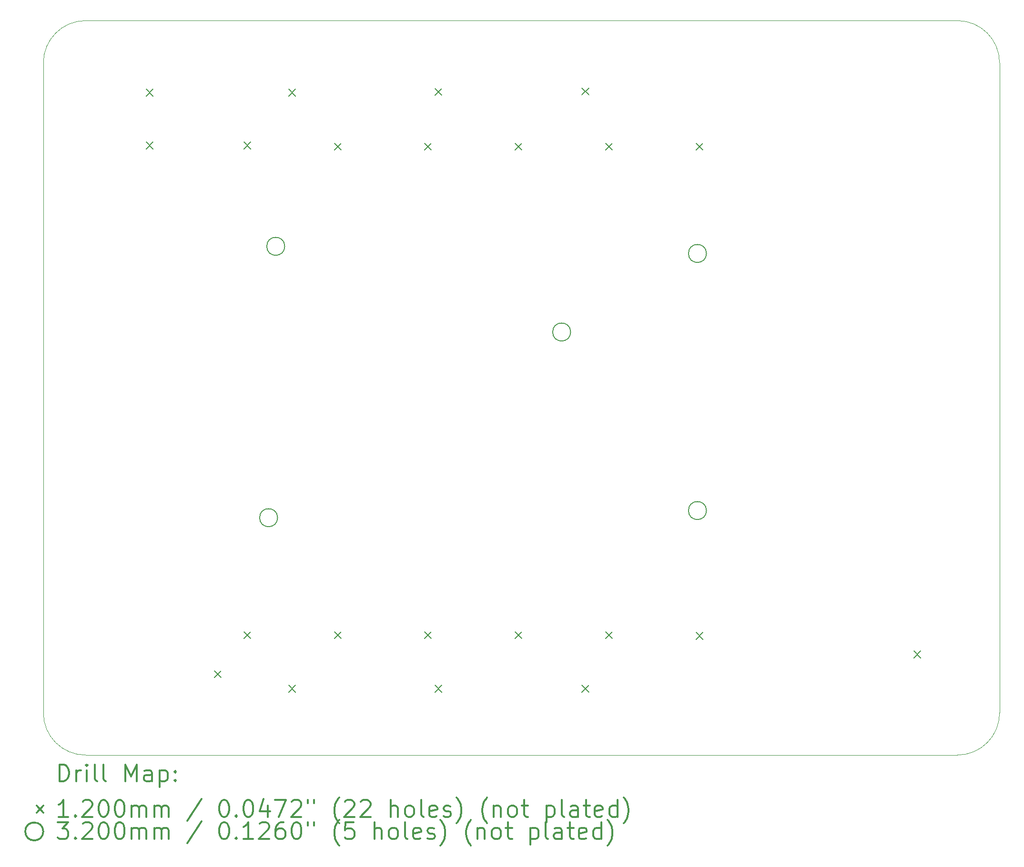
<source format=gbr>
%FSLAX45Y45*%
G04 Gerber Fmt 4.5, Leading zero omitted, Abs format (unit mm)*
G04 Created by KiCad (PCBNEW (5.1.12)-1) date 2022-02-06 21:24:43*
%MOMM*%
%LPD*%
G01*
G04 APERTURE LIST*
%TA.AperFunction,Profile*%
%ADD10C,0.050000*%
%TD*%
%ADD11C,0.200000*%
%ADD12C,0.300000*%
G04 APERTURE END LIST*
D10*
X22990000Y-3440000D02*
G75*
G02*
X23740000Y-4190000I0J-750000D01*
G01*
X23740000Y-15750000D02*
G75*
G02*
X22990000Y-16500000I-750000J0D01*
G01*
X7500000Y-16500000D02*
G75*
G02*
X6750000Y-15750000I0J750000D01*
G01*
X6750000Y-4190000D02*
G75*
G02*
X7500000Y-3440000I750000J0D01*
G01*
X22990000Y-3440000D02*
X7500000Y-3440000D01*
X23740000Y-15750000D02*
X23740000Y-4190000D01*
X7500000Y-16500000D02*
X22990000Y-16500000D01*
X6750000Y-4190000D02*
X6750000Y-15750000D01*
D11*
X8580000Y-4660000D02*
X8700000Y-4780000D01*
X8700000Y-4660000D02*
X8580000Y-4780000D01*
X8580000Y-5600000D02*
X8700000Y-5720000D01*
X8700000Y-5600000D02*
X8580000Y-5720000D01*
X9790000Y-15000000D02*
X9910000Y-15120000D01*
X9910000Y-15000000D02*
X9790000Y-15120000D01*
X10310000Y-5600000D02*
X10430000Y-5720000D01*
X10430000Y-5600000D02*
X10310000Y-5720000D01*
X10310000Y-14310000D02*
X10430000Y-14430000D01*
X10430000Y-14310000D02*
X10310000Y-14430000D01*
X11110000Y-4660000D02*
X11230000Y-4780000D01*
X11230000Y-4660000D02*
X11110000Y-4780000D01*
X11110000Y-15260000D02*
X11230000Y-15380000D01*
X11230000Y-15260000D02*
X11110000Y-15380000D01*
X11920000Y-5620000D02*
X12040000Y-5740000D01*
X12040000Y-5620000D02*
X11920000Y-5740000D01*
X11920000Y-14310000D02*
X12040000Y-14430000D01*
X12040000Y-14310000D02*
X11920000Y-14430000D01*
X13520000Y-5620000D02*
X13640000Y-5740000D01*
X13640000Y-5620000D02*
X13520000Y-5740000D01*
X13520000Y-14310000D02*
X13640000Y-14430000D01*
X13640000Y-14310000D02*
X13520000Y-14430000D01*
X13710000Y-4650000D02*
X13830000Y-4770000D01*
X13830000Y-4650000D02*
X13710000Y-4770000D01*
X13710000Y-15260000D02*
X13830000Y-15380000D01*
X13830000Y-15260000D02*
X13710000Y-15380000D01*
X15130000Y-5620000D02*
X15250000Y-5740000D01*
X15250000Y-5620000D02*
X15130000Y-5740000D01*
X15130000Y-14310000D02*
X15250000Y-14430000D01*
X15250000Y-14310000D02*
X15130000Y-14430000D01*
X16320000Y-4640000D02*
X16440000Y-4760000D01*
X16440000Y-4640000D02*
X16320000Y-4760000D01*
X16320000Y-15260000D02*
X16440000Y-15380000D01*
X16440000Y-15260000D02*
X16320000Y-15380000D01*
X16740000Y-5620000D02*
X16860000Y-5740000D01*
X16860000Y-5620000D02*
X16740000Y-5740000D01*
X16740000Y-14310000D02*
X16860000Y-14430000D01*
X16860000Y-14310000D02*
X16740000Y-14430000D01*
X18350000Y-5620000D02*
X18470000Y-5740000D01*
X18470000Y-5620000D02*
X18350000Y-5740000D01*
X18350000Y-14320000D02*
X18470000Y-14440000D01*
X18470000Y-14320000D02*
X18350000Y-14440000D01*
X22215000Y-14650000D02*
X22335000Y-14770000D01*
X22335000Y-14650000D02*
X22215000Y-14770000D01*
X10911500Y-12279000D02*
G75*
G03*
X10911500Y-12279000I-160000J0D01*
G01*
X11038500Y-7453000D02*
G75*
G03*
X11038500Y-7453000I-160000J0D01*
G01*
X16118500Y-8977000D02*
G75*
G03*
X16118500Y-8977000I-160000J0D01*
G01*
X18531500Y-7580000D02*
G75*
G03*
X18531500Y-7580000I-160000J0D01*
G01*
X18531500Y-12152000D02*
G75*
G03*
X18531500Y-12152000I-160000J0D01*
G01*
D12*
X7033928Y-16968214D02*
X7033928Y-16668214D01*
X7105357Y-16668214D01*
X7148214Y-16682500D01*
X7176786Y-16711071D01*
X7191071Y-16739643D01*
X7205357Y-16796786D01*
X7205357Y-16839643D01*
X7191071Y-16896786D01*
X7176786Y-16925357D01*
X7148214Y-16953929D01*
X7105357Y-16968214D01*
X7033928Y-16968214D01*
X7333928Y-16968214D02*
X7333928Y-16768214D01*
X7333928Y-16825357D02*
X7348214Y-16796786D01*
X7362500Y-16782500D01*
X7391071Y-16768214D01*
X7419643Y-16768214D01*
X7519643Y-16968214D02*
X7519643Y-16768214D01*
X7519643Y-16668214D02*
X7505357Y-16682500D01*
X7519643Y-16696786D01*
X7533928Y-16682500D01*
X7519643Y-16668214D01*
X7519643Y-16696786D01*
X7705357Y-16968214D02*
X7676786Y-16953929D01*
X7662500Y-16925357D01*
X7662500Y-16668214D01*
X7862500Y-16968214D02*
X7833928Y-16953929D01*
X7819643Y-16925357D01*
X7819643Y-16668214D01*
X8205357Y-16968214D02*
X8205357Y-16668214D01*
X8305357Y-16882500D01*
X8405357Y-16668214D01*
X8405357Y-16968214D01*
X8676786Y-16968214D02*
X8676786Y-16811072D01*
X8662500Y-16782500D01*
X8633928Y-16768214D01*
X8576786Y-16768214D01*
X8548214Y-16782500D01*
X8676786Y-16953929D02*
X8648214Y-16968214D01*
X8576786Y-16968214D01*
X8548214Y-16953929D01*
X8533928Y-16925357D01*
X8533928Y-16896786D01*
X8548214Y-16868214D01*
X8576786Y-16853929D01*
X8648214Y-16853929D01*
X8676786Y-16839643D01*
X8819643Y-16768214D02*
X8819643Y-17068214D01*
X8819643Y-16782500D02*
X8848214Y-16768214D01*
X8905357Y-16768214D01*
X8933928Y-16782500D01*
X8948214Y-16796786D01*
X8962500Y-16825357D01*
X8962500Y-16911072D01*
X8948214Y-16939643D01*
X8933928Y-16953929D01*
X8905357Y-16968214D01*
X8848214Y-16968214D01*
X8819643Y-16953929D01*
X9091071Y-16939643D02*
X9105357Y-16953929D01*
X9091071Y-16968214D01*
X9076786Y-16953929D01*
X9091071Y-16939643D01*
X9091071Y-16968214D01*
X9091071Y-16782500D02*
X9105357Y-16796786D01*
X9091071Y-16811072D01*
X9076786Y-16796786D01*
X9091071Y-16782500D01*
X9091071Y-16811072D01*
X6627500Y-17402500D02*
X6747500Y-17522500D01*
X6747500Y-17402500D02*
X6627500Y-17522500D01*
X7191071Y-17598214D02*
X7019643Y-17598214D01*
X7105357Y-17598214D02*
X7105357Y-17298214D01*
X7076786Y-17341072D01*
X7048214Y-17369643D01*
X7019643Y-17383929D01*
X7319643Y-17569643D02*
X7333928Y-17583929D01*
X7319643Y-17598214D01*
X7305357Y-17583929D01*
X7319643Y-17569643D01*
X7319643Y-17598214D01*
X7448214Y-17326786D02*
X7462500Y-17312500D01*
X7491071Y-17298214D01*
X7562500Y-17298214D01*
X7591071Y-17312500D01*
X7605357Y-17326786D01*
X7619643Y-17355357D01*
X7619643Y-17383929D01*
X7605357Y-17426786D01*
X7433928Y-17598214D01*
X7619643Y-17598214D01*
X7805357Y-17298214D02*
X7833928Y-17298214D01*
X7862500Y-17312500D01*
X7876786Y-17326786D01*
X7891071Y-17355357D01*
X7905357Y-17412500D01*
X7905357Y-17483929D01*
X7891071Y-17541072D01*
X7876786Y-17569643D01*
X7862500Y-17583929D01*
X7833928Y-17598214D01*
X7805357Y-17598214D01*
X7776786Y-17583929D01*
X7762500Y-17569643D01*
X7748214Y-17541072D01*
X7733928Y-17483929D01*
X7733928Y-17412500D01*
X7748214Y-17355357D01*
X7762500Y-17326786D01*
X7776786Y-17312500D01*
X7805357Y-17298214D01*
X8091071Y-17298214D02*
X8119643Y-17298214D01*
X8148214Y-17312500D01*
X8162500Y-17326786D01*
X8176786Y-17355357D01*
X8191071Y-17412500D01*
X8191071Y-17483929D01*
X8176786Y-17541072D01*
X8162500Y-17569643D01*
X8148214Y-17583929D01*
X8119643Y-17598214D01*
X8091071Y-17598214D01*
X8062500Y-17583929D01*
X8048214Y-17569643D01*
X8033928Y-17541072D01*
X8019643Y-17483929D01*
X8019643Y-17412500D01*
X8033928Y-17355357D01*
X8048214Y-17326786D01*
X8062500Y-17312500D01*
X8091071Y-17298214D01*
X8319643Y-17598214D02*
X8319643Y-17398214D01*
X8319643Y-17426786D02*
X8333928Y-17412500D01*
X8362500Y-17398214D01*
X8405357Y-17398214D01*
X8433928Y-17412500D01*
X8448214Y-17441072D01*
X8448214Y-17598214D01*
X8448214Y-17441072D02*
X8462500Y-17412500D01*
X8491071Y-17398214D01*
X8533928Y-17398214D01*
X8562500Y-17412500D01*
X8576786Y-17441072D01*
X8576786Y-17598214D01*
X8719643Y-17598214D02*
X8719643Y-17398214D01*
X8719643Y-17426786D02*
X8733928Y-17412500D01*
X8762500Y-17398214D01*
X8805357Y-17398214D01*
X8833928Y-17412500D01*
X8848214Y-17441072D01*
X8848214Y-17598214D01*
X8848214Y-17441072D02*
X8862500Y-17412500D01*
X8891071Y-17398214D01*
X8933928Y-17398214D01*
X8962500Y-17412500D01*
X8976786Y-17441072D01*
X8976786Y-17598214D01*
X9562500Y-17283929D02*
X9305357Y-17669643D01*
X9948214Y-17298214D02*
X9976786Y-17298214D01*
X10005357Y-17312500D01*
X10019643Y-17326786D01*
X10033928Y-17355357D01*
X10048214Y-17412500D01*
X10048214Y-17483929D01*
X10033928Y-17541072D01*
X10019643Y-17569643D01*
X10005357Y-17583929D01*
X9976786Y-17598214D01*
X9948214Y-17598214D01*
X9919643Y-17583929D01*
X9905357Y-17569643D01*
X9891071Y-17541072D01*
X9876786Y-17483929D01*
X9876786Y-17412500D01*
X9891071Y-17355357D01*
X9905357Y-17326786D01*
X9919643Y-17312500D01*
X9948214Y-17298214D01*
X10176786Y-17569643D02*
X10191071Y-17583929D01*
X10176786Y-17598214D01*
X10162500Y-17583929D01*
X10176786Y-17569643D01*
X10176786Y-17598214D01*
X10376786Y-17298214D02*
X10405357Y-17298214D01*
X10433928Y-17312500D01*
X10448214Y-17326786D01*
X10462500Y-17355357D01*
X10476786Y-17412500D01*
X10476786Y-17483929D01*
X10462500Y-17541072D01*
X10448214Y-17569643D01*
X10433928Y-17583929D01*
X10405357Y-17598214D01*
X10376786Y-17598214D01*
X10348214Y-17583929D01*
X10333928Y-17569643D01*
X10319643Y-17541072D01*
X10305357Y-17483929D01*
X10305357Y-17412500D01*
X10319643Y-17355357D01*
X10333928Y-17326786D01*
X10348214Y-17312500D01*
X10376786Y-17298214D01*
X10733928Y-17398214D02*
X10733928Y-17598214D01*
X10662500Y-17283929D02*
X10591071Y-17498214D01*
X10776786Y-17498214D01*
X10862500Y-17298214D02*
X11062500Y-17298214D01*
X10933928Y-17598214D01*
X11162500Y-17326786D02*
X11176786Y-17312500D01*
X11205357Y-17298214D01*
X11276786Y-17298214D01*
X11305357Y-17312500D01*
X11319643Y-17326786D01*
X11333928Y-17355357D01*
X11333928Y-17383929D01*
X11319643Y-17426786D01*
X11148214Y-17598214D01*
X11333928Y-17598214D01*
X11448214Y-17298214D02*
X11448214Y-17355357D01*
X11562500Y-17298214D02*
X11562500Y-17355357D01*
X12005357Y-17712500D02*
X11991071Y-17698214D01*
X11962500Y-17655357D01*
X11948214Y-17626786D01*
X11933928Y-17583929D01*
X11919643Y-17512500D01*
X11919643Y-17455357D01*
X11933928Y-17383929D01*
X11948214Y-17341072D01*
X11962500Y-17312500D01*
X11991071Y-17269643D01*
X12005357Y-17255357D01*
X12105357Y-17326786D02*
X12119643Y-17312500D01*
X12148214Y-17298214D01*
X12219643Y-17298214D01*
X12248214Y-17312500D01*
X12262500Y-17326786D01*
X12276786Y-17355357D01*
X12276786Y-17383929D01*
X12262500Y-17426786D01*
X12091071Y-17598214D01*
X12276786Y-17598214D01*
X12391071Y-17326786D02*
X12405357Y-17312500D01*
X12433928Y-17298214D01*
X12505357Y-17298214D01*
X12533928Y-17312500D01*
X12548214Y-17326786D01*
X12562500Y-17355357D01*
X12562500Y-17383929D01*
X12548214Y-17426786D01*
X12376786Y-17598214D01*
X12562500Y-17598214D01*
X12919643Y-17598214D02*
X12919643Y-17298214D01*
X13048214Y-17598214D02*
X13048214Y-17441072D01*
X13033928Y-17412500D01*
X13005357Y-17398214D01*
X12962500Y-17398214D01*
X12933928Y-17412500D01*
X12919643Y-17426786D01*
X13233928Y-17598214D02*
X13205357Y-17583929D01*
X13191071Y-17569643D01*
X13176786Y-17541072D01*
X13176786Y-17455357D01*
X13191071Y-17426786D01*
X13205357Y-17412500D01*
X13233928Y-17398214D01*
X13276786Y-17398214D01*
X13305357Y-17412500D01*
X13319643Y-17426786D01*
X13333928Y-17455357D01*
X13333928Y-17541072D01*
X13319643Y-17569643D01*
X13305357Y-17583929D01*
X13276786Y-17598214D01*
X13233928Y-17598214D01*
X13505357Y-17598214D02*
X13476786Y-17583929D01*
X13462500Y-17555357D01*
X13462500Y-17298214D01*
X13733928Y-17583929D02*
X13705357Y-17598214D01*
X13648214Y-17598214D01*
X13619643Y-17583929D01*
X13605357Y-17555357D01*
X13605357Y-17441072D01*
X13619643Y-17412500D01*
X13648214Y-17398214D01*
X13705357Y-17398214D01*
X13733928Y-17412500D01*
X13748214Y-17441072D01*
X13748214Y-17469643D01*
X13605357Y-17498214D01*
X13862500Y-17583929D02*
X13891071Y-17598214D01*
X13948214Y-17598214D01*
X13976786Y-17583929D01*
X13991071Y-17555357D01*
X13991071Y-17541072D01*
X13976786Y-17512500D01*
X13948214Y-17498214D01*
X13905357Y-17498214D01*
X13876786Y-17483929D01*
X13862500Y-17455357D01*
X13862500Y-17441072D01*
X13876786Y-17412500D01*
X13905357Y-17398214D01*
X13948214Y-17398214D01*
X13976786Y-17412500D01*
X14091071Y-17712500D02*
X14105357Y-17698214D01*
X14133928Y-17655357D01*
X14148214Y-17626786D01*
X14162500Y-17583929D01*
X14176786Y-17512500D01*
X14176786Y-17455357D01*
X14162500Y-17383929D01*
X14148214Y-17341072D01*
X14133928Y-17312500D01*
X14105357Y-17269643D01*
X14091071Y-17255357D01*
X14633928Y-17712500D02*
X14619643Y-17698214D01*
X14591071Y-17655357D01*
X14576786Y-17626786D01*
X14562500Y-17583929D01*
X14548214Y-17512500D01*
X14548214Y-17455357D01*
X14562500Y-17383929D01*
X14576786Y-17341072D01*
X14591071Y-17312500D01*
X14619643Y-17269643D01*
X14633928Y-17255357D01*
X14748214Y-17398214D02*
X14748214Y-17598214D01*
X14748214Y-17426786D02*
X14762500Y-17412500D01*
X14791071Y-17398214D01*
X14833928Y-17398214D01*
X14862500Y-17412500D01*
X14876786Y-17441072D01*
X14876786Y-17598214D01*
X15062500Y-17598214D02*
X15033928Y-17583929D01*
X15019643Y-17569643D01*
X15005357Y-17541072D01*
X15005357Y-17455357D01*
X15019643Y-17426786D01*
X15033928Y-17412500D01*
X15062500Y-17398214D01*
X15105357Y-17398214D01*
X15133928Y-17412500D01*
X15148214Y-17426786D01*
X15162500Y-17455357D01*
X15162500Y-17541072D01*
X15148214Y-17569643D01*
X15133928Y-17583929D01*
X15105357Y-17598214D01*
X15062500Y-17598214D01*
X15248214Y-17398214D02*
X15362500Y-17398214D01*
X15291071Y-17298214D02*
X15291071Y-17555357D01*
X15305357Y-17583929D01*
X15333928Y-17598214D01*
X15362500Y-17598214D01*
X15691071Y-17398214D02*
X15691071Y-17698214D01*
X15691071Y-17412500D02*
X15719643Y-17398214D01*
X15776786Y-17398214D01*
X15805357Y-17412500D01*
X15819643Y-17426786D01*
X15833928Y-17455357D01*
X15833928Y-17541072D01*
X15819643Y-17569643D01*
X15805357Y-17583929D01*
X15776786Y-17598214D01*
X15719643Y-17598214D01*
X15691071Y-17583929D01*
X16005357Y-17598214D02*
X15976786Y-17583929D01*
X15962500Y-17555357D01*
X15962500Y-17298214D01*
X16248214Y-17598214D02*
X16248214Y-17441072D01*
X16233928Y-17412500D01*
X16205357Y-17398214D01*
X16148214Y-17398214D01*
X16119643Y-17412500D01*
X16248214Y-17583929D02*
X16219643Y-17598214D01*
X16148214Y-17598214D01*
X16119643Y-17583929D01*
X16105357Y-17555357D01*
X16105357Y-17526786D01*
X16119643Y-17498214D01*
X16148214Y-17483929D01*
X16219643Y-17483929D01*
X16248214Y-17469643D01*
X16348214Y-17398214D02*
X16462500Y-17398214D01*
X16391071Y-17298214D02*
X16391071Y-17555357D01*
X16405357Y-17583929D01*
X16433928Y-17598214D01*
X16462500Y-17598214D01*
X16676786Y-17583929D02*
X16648214Y-17598214D01*
X16591071Y-17598214D01*
X16562500Y-17583929D01*
X16548214Y-17555357D01*
X16548214Y-17441072D01*
X16562500Y-17412500D01*
X16591071Y-17398214D01*
X16648214Y-17398214D01*
X16676786Y-17412500D01*
X16691071Y-17441072D01*
X16691071Y-17469643D01*
X16548214Y-17498214D01*
X16948214Y-17598214D02*
X16948214Y-17298214D01*
X16948214Y-17583929D02*
X16919643Y-17598214D01*
X16862500Y-17598214D01*
X16833928Y-17583929D01*
X16819643Y-17569643D01*
X16805357Y-17541072D01*
X16805357Y-17455357D01*
X16819643Y-17426786D01*
X16833928Y-17412500D01*
X16862500Y-17398214D01*
X16919643Y-17398214D01*
X16948214Y-17412500D01*
X17062500Y-17712500D02*
X17076786Y-17698214D01*
X17105357Y-17655357D01*
X17119643Y-17626786D01*
X17133928Y-17583929D01*
X17148214Y-17512500D01*
X17148214Y-17455357D01*
X17133928Y-17383929D01*
X17119643Y-17341072D01*
X17105357Y-17312500D01*
X17076786Y-17269643D01*
X17062500Y-17255357D01*
X6747500Y-17858500D02*
G75*
G03*
X6747500Y-17858500I-160000J0D01*
G01*
X7005357Y-17694214D02*
X7191071Y-17694214D01*
X7091071Y-17808500D01*
X7133928Y-17808500D01*
X7162500Y-17822786D01*
X7176786Y-17837072D01*
X7191071Y-17865643D01*
X7191071Y-17937072D01*
X7176786Y-17965643D01*
X7162500Y-17979929D01*
X7133928Y-17994214D01*
X7048214Y-17994214D01*
X7019643Y-17979929D01*
X7005357Y-17965643D01*
X7319643Y-17965643D02*
X7333928Y-17979929D01*
X7319643Y-17994214D01*
X7305357Y-17979929D01*
X7319643Y-17965643D01*
X7319643Y-17994214D01*
X7448214Y-17722786D02*
X7462500Y-17708500D01*
X7491071Y-17694214D01*
X7562500Y-17694214D01*
X7591071Y-17708500D01*
X7605357Y-17722786D01*
X7619643Y-17751357D01*
X7619643Y-17779929D01*
X7605357Y-17822786D01*
X7433928Y-17994214D01*
X7619643Y-17994214D01*
X7805357Y-17694214D02*
X7833928Y-17694214D01*
X7862500Y-17708500D01*
X7876786Y-17722786D01*
X7891071Y-17751357D01*
X7905357Y-17808500D01*
X7905357Y-17879929D01*
X7891071Y-17937072D01*
X7876786Y-17965643D01*
X7862500Y-17979929D01*
X7833928Y-17994214D01*
X7805357Y-17994214D01*
X7776786Y-17979929D01*
X7762500Y-17965643D01*
X7748214Y-17937072D01*
X7733928Y-17879929D01*
X7733928Y-17808500D01*
X7748214Y-17751357D01*
X7762500Y-17722786D01*
X7776786Y-17708500D01*
X7805357Y-17694214D01*
X8091071Y-17694214D02*
X8119643Y-17694214D01*
X8148214Y-17708500D01*
X8162500Y-17722786D01*
X8176786Y-17751357D01*
X8191071Y-17808500D01*
X8191071Y-17879929D01*
X8176786Y-17937072D01*
X8162500Y-17965643D01*
X8148214Y-17979929D01*
X8119643Y-17994214D01*
X8091071Y-17994214D01*
X8062500Y-17979929D01*
X8048214Y-17965643D01*
X8033928Y-17937072D01*
X8019643Y-17879929D01*
X8019643Y-17808500D01*
X8033928Y-17751357D01*
X8048214Y-17722786D01*
X8062500Y-17708500D01*
X8091071Y-17694214D01*
X8319643Y-17994214D02*
X8319643Y-17794214D01*
X8319643Y-17822786D02*
X8333928Y-17808500D01*
X8362500Y-17794214D01*
X8405357Y-17794214D01*
X8433928Y-17808500D01*
X8448214Y-17837072D01*
X8448214Y-17994214D01*
X8448214Y-17837072D02*
X8462500Y-17808500D01*
X8491071Y-17794214D01*
X8533928Y-17794214D01*
X8562500Y-17808500D01*
X8576786Y-17837072D01*
X8576786Y-17994214D01*
X8719643Y-17994214D02*
X8719643Y-17794214D01*
X8719643Y-17822786D02*
X8733928Y-17808500D01*
X8762500Y-17794214D01*
X8805357Y-17794214D01*
X8833928Y-17808500D01*
X8848214Y-17837072D01*
X8848214Y-17994214D01*
X8848214Y-17837072D02*
X8862500Y-17808500D01*
X8891071Y-17794214D01*
X8933928Y-17794214D01*
X8962500Y-17808500D01*
X8976786Y-17837072D01*
X8976786Y-17994214D01*
X9562500Y-17679929D02*
X9305357Y-18065643D01*
X9948214Y-17694214D02*
X9976786Y-17694214D01*
X10005357Y-17708500D01*
X10019643Y-17722786D01*
X10033928Y-17751357D01*
X10048214Y-17808500D01*
X10048214Y-17879929D01*
X10033928Y-17937072D01*
X10019643Y-17965643D01*
X10005357Y-17979929D01*
X9976786Y-17994214D01*
X9948214Y-17994214D01*
X9919643Y-17979929D01*
X9905357Y-17965643D01*
X9891071Y-17937072D01*
X9876786Y-17879929D01*
X9876786Y-17808500D01*
X9891071Y-17751357D01*
X9905357Y-17722786D01*
X9919643Y-17708500D01*
X9948214Y-17694214D01*
X10176786Y-17965643D02*
X10191071Y-17979929D01*
X10176786Y-17994214D01*
X10162500Y-17979929D01*
X10176786Y-17965643D01*
X10176786Y-17994214D01*
X10476786Y-17994214D02*
X10305357Y-17994214D01*
X10391071Y-17994214D02*
X10391071Y-17694214D01*
X10362500Y-17737072D01*
X10333928Y-17765643D01*
X10305357Y-17779929D01*
X10591071Y-17722786D02*
X10605357Y-17708500D01*
X10633928Y-17694214D01*
X10705357Y-17694214D01*
X10733928Y-17708500D01*
X10748214Y-17722786D01*
X10762500Y-17751357D01*
X10762500Y-17779929D01*
X10748214Y-17822786D01*
X10576786Y-17994214D01*
X10762500Y-17994214D01*
X11019643Y-17694214D02*
X10962500Y-17694214D01*
X10933928Y-17708500D01*
X10919643Y-17722786D01*
X10891071Y-17765643D01*
X10876786Y-17822786D01*
X10876786Y-17937072D01*
X10891071Y-17965643D01*
X10905357Y-17979929D01*
X10933928Y-17994214D01*
X10991071Y-17994214D01*
X11019643Y-17979929D01*
X11033928Y-17965643D01*
X11048214Y-17937072D01*
X11048214Y-17865643D01*
X11033928Y-17837072D01*
X11019643Y-17822786D01*
X10991071Y-17808500D01*
X10933928Y-17808500D01*
X10905357Y-17822786D01*
X10891071Y-17837072D01*
X10876786Y-17865643D01*
X11233928Y-17694214D02*
X11262500Y-17694214D01*
X11291071Y-17708500D01*
X11305357Y-17722786D01*
X11319643Y-17751357D01*
X11333928Y-17808500D01*
X11333928Y-17879929D01*
X11319643Y-17937072D01*
X11305357Y-17965643D01*
X11291071Y-17979929D01*
X11262500Y-17994214D01*
X11233928Y-17994214D01*
X11205357Y-17979929D01*
X11191071Y-17965643D01*
X11176786Y-17937072D01*
X11162500Y-17879929D01*
X11162500Y-17808500D01*
X11176786Y-17751357D01*
X11191071Y-17722786D01*
X11205357Y-17708500D01*
X11233928Y-17694214D01*
X11448214Y-17694214D02*
X11448214Y-17751357D01*
X11562500Y-17694214D02*
X11562500Y-17751357D01*
X12005357Y-18108500D02*
X11991071Y-18094214D01*
X11962500Y-18051357D01*
X11948214Y-18022786D01*
X11933928Y-17979929D01*
X11919643Y-17908500D01*
X11919643Y-17851357D01*
X11933928Y-17779929D01*
X11948214Y-17737072D01*
X11962500Y-17708500D01*
X11991071Y-17665643D01*
X12005357Y-17651357D01*
X12262500Y-17694214D02*
X12119643Y-17694214D01*
X12105357Y-17837072D01*
X12119643Y-17822786D01*
X12148214Y-17808500D01*
X12219643Y-17808500D01*
X12248214Y-17822786D01*
X12262500Y-17837072D01*
X12276786Y-17865643D01*
X12276786Y-17937072D01*
X12262500Y-17965643D01*
X12248214Y-17979929D01*
X12219643Y-17994214D01*
X12148214Y-17994214D01*
X12119643Y-17979929D01*
X12105357Y-17965643D01*
X12633928Y-17994214D02*
X12633928Y-17694214D01*
X12762500Y-17994214D02*
X12762500Y-17837072D01*
X12748214Y-17808500D01*
X12719643Y-17794214D01*
X12676786Y-17794214D01*
X12648214Y-17808500D01*
X12633928Y-17822786D01*
X12948214Y-17994214D02*
X12919643Y-17979929D01*
X12905357Y-17965643D01*
X12891071Y-17937072D01*
X12891071Y-17851357D01*
X12905357Y-17822786D01*
X12919643Y-17808500D01*
X12948214Y-17794214D01*
X12991071Y-17794214D01*
X13019643Y-17808500D01*
X13033928Y-17822786D01*
X13048214Y-17851357D01*
X13048214Y-17937072D01*
X13033928Y-17965643D01*
X13019643Y-17979929D01*
X12991071Y-17994214D01*
X12948214Y-17994214D01*
X13219643Y-17994214D02*
X13191071Y-17979929D01*
X13176786Y-17951357D01*
X13176786Y-17694214D01*
X13448214Y-17979929D02*
X13419643Y-17994214D01*
X13362500Y-17994214D01*
X13333928Y-17979929D01*
X13319643Y-17951357D01*
X13319643Y-17837072D01*
X13333928Y-17808500D01*
X13362500Y-17794214D01*
X13419643Y-17794214D01*
X13448214Y-17808500D01*
X13462500Y-17837072D01*
X13462500Y-17865643D01*
X13319643Y-17894214D01*
X13576786Y-17979929D02*
X13605357Y-17994214D01*
X13662500Y-17994214D01*
X13691071Y-17979929D01*
X13705357Y-17951357D01*
X13705357Y-17937072D01*
X13691071Y-17908500D01*
X13662500Y-17894214D01*
X13619643Y-17894214D01*
X13591071Y-17879929D01*
X13576786Y-17851357D01*
X13576786Y-17837072D01*
X13591071Y-17808500D01*
X13619643Y-17794214D01*
X13662500Y-17794214D01*
X13691071Y-17808500D01*
X13805357Y-18108500D02*
X13819643Y-18094214D01*
X13848214Y-18051357D01*
X13862500Y-18022786D01*
X13876786Y-17979929D01*
X13891071Y-17908500D01*
X13891071Y-17851357D01*
X13876786Y-17779929D01*
X13862500Y-17737072D01*
X13848214Y-17708500D01*
X13819643Y-17665643D01*
X13805357Y-17651357D01*
X14348214Y-18108500D02*
X14333928Y-18094214D01*
X14305357Y-18051357D01*
X14291071Y-18022786D01*
X14276786Y-17979929D01*
X14262500Y-17908500D01*
X14262500Y-17851357D01*
X14276786Y-17779929D01*
X14291071Y-17737072D01*
X14305357Y-17708500D01*
X14333928Y-17665643D01*
X14348214Y-17651357D01*
X14462500Y-17794214D02*
X14462500Y-17994214D01*
X14462500Y-17822786D02*
X14476786Y-17808500D01*
X14505357Y-17794214D01*
X14548214Y-17794214D01*
X14576786Y-17808500D01*
X14591071Y-17837072D01*
X14591071Y-17994214D01*
X14776786Y-17994214D02*
X14748214Y-17979929D01*
X14733928Y-17965643D01*
X14719643Y-17937072D01*
X14719643Y-17851357D01*
X14733928Y-17822786D01*
X14748214Y-17808500D01*
X14776786Y-17794214D01*
X14819643Y-17794214D01*
X14848214Y-17808500D01*
X14862500Y-17822786D01*
X14876786Y-17851357D01*
X14876786Y-17937072D01*
X14862500Y-17965643D01*
X14848214Y-17979929D01*
X14819643Y-17994214D01*
X14776786Y-17994214D01*
X14962500Y-17794214D02*
X15076786Y-17794214D01*
X15005357Y-17694214D02*
X15005357Y-17951357D01*
X15019643Y-17979929D01*
X15048214Y-17994214D01*
X15076786Y-17994214D01*
X15405357Y-17794214D02*
X15405357Y-18094214D01*
X15405357Y-17808500D02*
X15433928Y-17794214D01*
X15491071Y-17794214D01*
X15519643Y-17808500D01*
X15533928Y-17822786D01*
X15548214Y-17851357D01*
X15548214Y-17937072D01*
X15533928Y-17965643D01*
X15519643Y-17979929D01*
X15491071Y-17994214D01*
X15433928Y-17994214D01*
X15405357Y-17979929D01*
X15719643Y-17994214D02*
X15691071Y-17979929D01*
X15676786Y-17951357D01*
X15676786Y-17694214D01*
X15962500Y-17994214D02*
X15962500Y-17837072D01*
X15948214Y-17808500D01*
X15919643Y-17794214D01*
X15862500Y-17794214D01*
X15833928Y-17808500D01*
X15962500Y-17979929D02*
X15933928Y-17994214D01*
X15862500Y-17994214D01*
X15833928Y-17979929D01*
X15819643Y-17951357D01*
X15819643Y-17922786D01*
X15833928Y-17894214D01*
X15862500Y-17879929D01*
X15933928Y-17879929D01*
X15962500Y-17865643D01*
X16062500Y-17794214D02*
X16176786Y-17794214D01*
X16105357Y-17694214D02*
X16105357Y-17951357D01*
X16119643Y-17979929D01*
X16148214Y-17994214D01*
X16176786Y-17994214D01*
X16391071Y-17979929D02*
X16362500Y-17994214D01*
X16305357Y-17994214D01*
X16276786Y-17979929D01*
X16262500Y-17951357D01*
X16262500Y-17837072D01*
X16276786Y-17808500D01*
X16305357Y-17794214D01*
X16362500Y-17794214D01*
X16391071Y-17808500D01*
X16405357Y-17837072D01*
X16405357Y-17865643D01*
X16262500Y-17894214D01*
X16662500Y-17994214D02*
X16662500Y-17694214D01*
X16662500Y-17979929D02*
X16633928Y-17994214D01*
X16576786Y-17994214D01*
X16548214Y-17979929D01*
X16533928Y-17965643D01*
X16519643Y-17937072D01*
X16519643Y-17851357D01*
X16533928Y-17822786D01*
X16548214Y-17808500D01*
X16576786Y-17794214D01*
X16633928Y-17794214D01*
X16662500Y-17808500D01*
X16776786Y-18108500D02*
X16791071Y-18094214D01*
X16819643Y-18051357D01*
X16833928Y-18022786D01*
X16848214Y-17979929D01*
X16862500Y-17908500D01*
X16862500Y-17851357D01*
X16848214Y-17779929D01*
X16833928Y-17737072D01*
X16819643Y-17708500D01*
X16791071Y-17665643D01*
X16776786Y-17651357D01*
M02*

</source>
